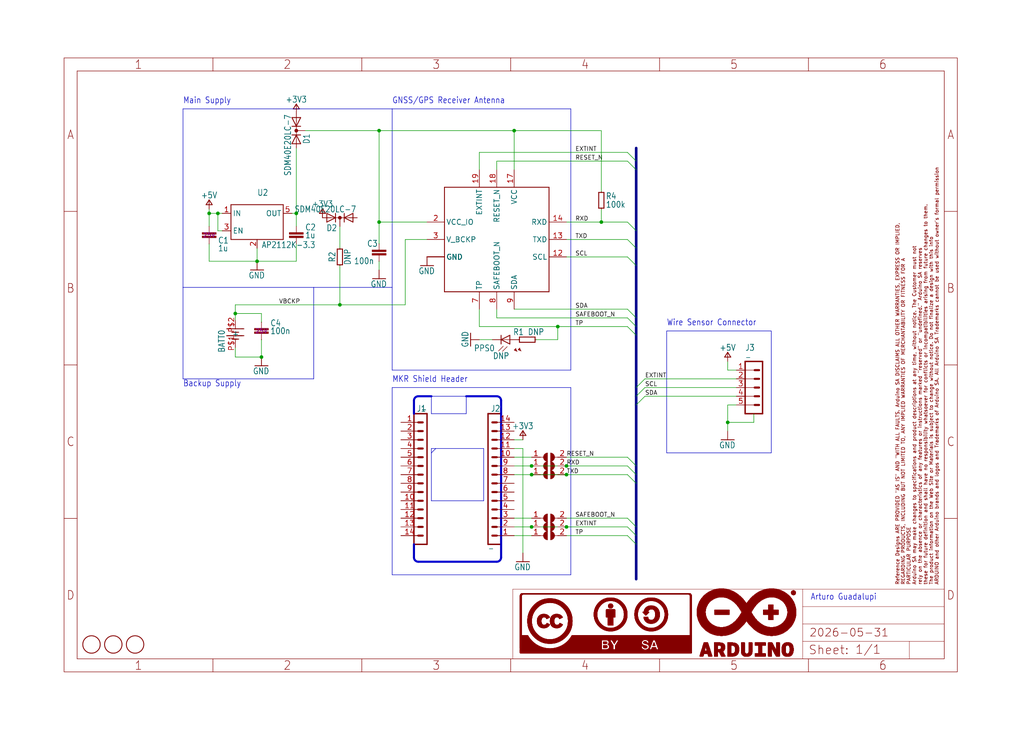
<source format=kicad_sch>
(kicad_sch (version 20250114) (generator "eeschema") (generator_version "9.0")
  (paper "User" 298.45 217.322)
  (lib_symbols
    (symbol "MKRGPSShield_V4.0-eagle-import:Arduino-ICs_AP2112K-3.3"
      (property "Reference" "U" (at 0 7.62 0))
      (symbol "Arduino-ICs_AP2112K-3.3_1_0"
        (pin power_in line (at -10.16 2.54 0) (length 2.54) (name "IN") (number "1"))
        (pin input line (at -10.16 -2.54 0) (length 2.54) (name "EN") (number "3"))
        (pin power_in line (at 0 -7.62 90) (length 2.54) (name "GND/ADJ") (number "2"))
        (pin power_in line (at 10.16 2.54 180) (length 2.54) (name "OUT") (number "5"))
      )
    )
    (symbol "MKRGPSShield_V4.0-eagle-import:Arduino-connectors_BATT-HOLDER_12MM"
      (symbol "Arduino-connectors_BATT-HOLDER_12MM_1_0"
        (pin bidirectional line (at 0 3.46 270) (length 2.54) (name "+") (number "P$2"))
        (pin bidirectional line (at 0 -4.46 90) (length 2.54) (name "-") (number "P$1"))
      )
    )
    (symbol "MKRGPSShield_V4.0-eagle-import:Arduino-connectors_PINHD-1X14-SMTH-SMD"
      (property "Reference" "J" (at 0 18.288 0))
      (symbol "Arduino-connectors_PINHD-1X14-SMTH-SMD_1_0"
        (pin passive line (at 7.62 15.24 180) (length 5.08) (name "14") (number "14"))
        (pin passive line (at 7.62 12.7 180) (length 5.08) (name "13") (number "13"))
        (pin passive line (at 7.62 10.16 180) (length 5.08) (name "12") (number "12"))
        (pin passive line (at 7.62 7.62 180) (length 5.08) (name "11") (number "11"))
        (pin passive line (at 7.62 5.08 180) (length 5.08) (name "10") (number "10"))
        (pin passive line (at 7.62 2.54 180) (length 5.08) (name "9") (number "9"))
        (pin passive line (at 7.62 0 180) (length 5.08) (name "8") (number "8"))
        (pin passive line (at 7.62 -2.54 180) (length 5.08) (name "7") (number "7"))
        (pin passive line (at 7.62 -5.08 180) (length 5.08) (name "6") (number "6"))
        (pin passive line (at 7.62 -7.62 180) (length 5.08) (name "5") (number "5"))
        (pin passive line (at 7.62 -10.16 180) (length 5.08) (name "4") (number "4"))
        (pin passive line (at 7.62 -12.7 180) (length 5.08) (name "3") (number "3"))
        (pin passive line (at 7.62 -15.24 180) (length 5.08) (name "2") (number "2"))
        (pin passive line (at 7.62 -17.78 180) (length 5.08) (name "1") (number "1"))
      )
    )
    (symbol "MKRGPSShield_V4.0-eagle-import:Arduino-connectors_SM05B-SRSS-TB"
      (property "Reference" "J" (at -2.54 8.128 0))
      (symbol "Arduino-connectors_SM05B-SRSS-TB_1_0"
        (pin passive line (at -5.08 5.08 0) (length 2.54) (name "1") (number "1"))
        (pin passive line (at -5.08 2.54 0) (length 2.54) (name "2") (number "2"))
        (pin passive line (at -5.08 0 0) (length 2.54) (name "3") (number "3"))
        (pin passive line (at -5.08 -2.54 0) (length 2.54) (name "4") (number "4"))
        (pin passive line (at -5.08 -5.08 0) (length 2.54) (name "5") (number "5"))
        (pin passive line (at 0 -7.62 0) (length 0) (name "SH") (number "SH1"))
        (pin passive line (at 0 -7.62 0) (length 0) (name "SH") (number "SH2"))
      )
    )
    (symbol "MKRGPSShield_V4.0-eagle-import:Arduino-diodes_A2K_SOT-323"
      (property "Reference" "D" (at 0.762 2.0066 0))
      (symbol "Arduino-diodes_A2K_SOT-323_1_0"
        (pin passive line (at -5.08 0 0) (length 2.54) (name "A1") (number "1"))
        (pin passive line (at 0 2.54 270) (length 2.54) (name "K") (number "3"))
        (pin passive line (at 5.08 0 180) (length 2.54) (name "A2") (number "2"))
      )
    )
    (symbol "MKRGPSShield_V4.0-eagle-import:Arduino-diodes_LED-0603"
      (property "Reference" "DL" (at 3.556 -4.572 90))
      (symbol "Arduino-diodes_LED-0603_1_0"
        (pin passive line (at 0 2.54 270) (length 2.54) (name "A") (number "A"))
        (pin passive line (at 0 -5.08 90) (length 2.54) (name "C") (number "C"))
      )
    )
    (symbol "MKRGPSShield_V4.0-eagle-import:Arduino-rcl_3633153_R-0402"
      (property "Reference" "R" (at 0 1.27 0))
      (symbol "Arduino-rcl_3633153_R-0402_1_0"
        (pin passive line (at -2.54 0 0) (length 0) (name "1") (number "1"))
        (pin passive line (at 2.54 0 180) (length 0) (name "2") (number "2"))
      )
    )
    (symbol "MKRGPSShield_V4.0-eagle-import:Arduino-rcl_C-0402"
      (property "Reference" "C" (at 1.524 1.651 0))
      (symbol "Arduino-rcl_C-0402_1_0"
        (pin passive line (at 0 2.54 270) (length 0) (name "1") (number "1"))
        (pin passive line (at 0 -2.54 90) (length 0) (name "2") (number "2"))
      )
    )
    (symbol "MKRGPSShield_V4.0-eagle-import:Arduino-rcl_R-0402"
      (property "Reference" "R" (at 0 1.27 0))
      (symbol "Arduino-rcl_R-0402_1_0"
        (pin passive line (at -2.54 0 0) (length 0) (name "1") (number "1"))
        (pin passive line (at 2.54 0 180) (length 0) (name "2") (number "2"))
      )
    )
    (symbol "MKRGPSShield_V4.0-eagle-import:Arduino-supply_+3V3" (power)
      (symbol "Arduino-supply_+3V3_1_0"
        (pin power_in line (at 0 -2.54 90) (length 2.54) (name "+3V3") (number "1"))
      )
    )
    (symbol "MKRGPSShield_V4.0-eagle-import:Arduino-supply_+5V" (power)
      (symbol "Arduino-supply_+5V_1_0"
        (pin power_in line (at 0 -2.54 90) (length 2.54) (name "+5V") (number "1"))
      )
    )
    (symbol "MKRGPSShield_V4.0-eagle-import:Arduino-supply_GND" (power)
      (symbol "Arduino-supply_GND_1_0"
        (pin power_in line (at 0 2.54 270) (length 2.54) (name "GND") (number "1"))
      )
    )
    (symbol "MKRGPSShield_V4.0-eagle-import:Arduino-ucs&SoCs_SAM-M8Q"
      (symbol "Arduino-ucs&SoCs_SAM-M8Q_1_0"
        (pin bidirectional line (at -5.08 20.32 0) (length 5.08) (name "VCC_IO") (number "2"))
        (pin bidirectional line (at -5.08 15.24 0) (length 5.08) (name "V_BCKP") (number "3"))
        (pin bidirectional line (at -5.08 10.16 0) (length 5.08) (name "GND") (number "1"))
        (pin bidirectional line (at -5.08 10.16 0) (length 5.08) (name "GND") (number "10"))
        (pin bidirectional line (at -5.08 10.16 0) (length 5.08) (name "GND") (number "11"))
        (pin bidirectional line (at -5.08 10.16 0) (length 5.08) (name "GND") (number "15"))
        (pin bidirectional line (at -5.08 10.16 0) (length 5.08) (name "GND") (number "16"))
        (pin bidirectional line (at -5.08 10.16 0) (length 5.08) (name "GND") (number "20"))
        (pin bidirectional line (at -5.08 10.16 0) (length 5.08) (name "GND") (number "4"))
        (pin bidirectional line (at -5.08 10.16 0) (length 5.08) (name "GND") (number "5"))
        (pin bidirectional line (at -5.08 10.16 0) (length 5.08) (name "GND") (number "6"))
        (pin bidirectional line (at 10.16 35.56 270) (length 5.08) (name "EXTINT") (number "19"))
        (pin bidirectional line (at 10.16 -5.08 90) (length 5.08) (name "TP") (number "7"))
        (pin bidirectional line (at 15.24 35.56 270) (length 5.08) (name "RESET_N") (number "18"))
        (pin bidirectional line (at 15.24 -5.08 90) (length 5.08) (name "SAFEBOOT_N") (number "8"))
        (pin bidirectional line (at 20.32 35.56 270) (length 5.08) (name "VCC") (number "17"))
        (pin bidirectional line (at 20.32 -5.08 90) (length 5.08) (name "SDA") (number "9"))
        (pin bidirectional line (at 35.56 20.32 180) (length 5.08) (name "RXD") (number "14"))
        (pin bidirectional line (at 35.56 15.24 180) (length 5.08) (name "TXD") (number "13"))
        (pin bidirectional line (at 35.56 10.16 180) (length 5.08) (name "SCL") (number "12"))
      )
    )
    (symbol "MKRGPSShield_V4.0-eagle-import:Arduino-utility_A4L-LOC"
      (symbol "Arduino-utility_A4L-LOC_1_0"
        (text "A" (at 1.905 156.6863 0) (effects (font (size 2.54 2.286))))
        (text "B" (at 1.905 111.9188 0) (effects (font (size 2.54 2.286))))
        (text "C" (at 1.905 67.1513 0) (effects (font (size 2.54 2.286))))
        (text "D" (at 1.905 22.3838 0) (effects (font (size 2.54 2.286))))
        (text "1" (at 21.6958 177.165 0) (effects (font (size 2.54 2.286))))
        (text "1" (at 21.6958 1.905 0) (effects (font (size 2.54 2.286))))
        (text "2" (at 65.0875 177.165 0) (effects (font (size 2.54 2.286))))
        (text "2" (at 65.0875 1.905 0) (effects (font (size 2.54 2.286))))
        (text "3" (at 108.4792 177.165 0) (effects (font (size 2.54 2.286))))
        (text "3" (at 108.4792 1.905 0) (effects (font (size 2.54 2.286))))
        (text "4" (at 151.8708 177.165 0) (effects (font (size 2.54 2.286))))
        (text "4" (at 151.8708 1.905 0) (effects (font (size 2.54 2.286))))
        (text "5" (at 195.2625 177.165 0) (effects (font (size 2.54 2.286))))
        (text "5" (at 195.2625 1.905 0) (effects (font (size 2.54 2.286))))
        (text "Sheet:" (at 216.916 4.953 0) (effects (font (size 2.54 2.54)) (justify left bottom)))
        (text "${PROJECTNAME}" (at 217.17 15.24 0) (effects (font (size 2.54 2.54)) (justify left bottom)))
        (text "${CURRENT_DATE}" (at 217.17 10.16 0) (effects (font (size 2.286 2.286)) (justify left bottom)))
        (text "${#}/${##}" (at 230.505 5.08 0) (effects (font (size 2.54 2.54)) (justify left bottom)))
        (text "6" (at 238.6542 177.165 0) (effects (font (size 2.54 2.286))))
        (text "6" (at 238.6542 1.905 0) (effects (font (size 2.54 2.286))))
        (text "Reference Designs ARE PROVIDED \"AS IS\" AND \"WITH ALL FAULTS. Arduino SA DISCLAIMS ALL OTHER WARRANTIES, EXPRESS OR IMPLIED,\nREGARDING PRODUCTS, INCLUDING BUT NOT LIMITED TO, ANY IMPLIED WARRANTIES OF MERCHANTABILITY OR FITNESS FOR A\nPARTICULAR PURPOSE\nArduino SA may make changes to specifications and product descriptions at any time, without notice. The Customer must not\nrely on the absence or characteristics of any features or instructions marked \"reserved\" or \"undefined.\" Arduino SA reserves\nthese for future definition and shall have no responsibility whatsoever for conflicts or incompatibilities arising from future changes to them.\nThe product information on the Web Site or Materials is subject to change without notice. Do not finalize a design with this info\nARDUINO and other Arduino brands and logos and Trademarks of Arduino SA. All Arduino SA Trademarks cannot be used without owner's formal permission" (at 254.96 25.415 900) (effects (font (size 1.016 1.016)) (justify left bottom)))
        (text "A" (at 258.445 156.6863 0) (effects (font (size 2.54 2.286))))
        (text "B" (at 258.445 111.9188 0) (effects (font (size 2.54 2.286))))
        (text "C" (at 258.445 67.1513 0) (effects (font (size 2.54 2.286))))
        (text "D" (at 258.445 22.3838 0) (effects (font (size 2.54 2.286))))
      )
    )
    (symbol "MKRGPSShield_V4.0-eagle-import:Arduino-utility_FIDUCIAL-1.5MM")
    (symbol "MKRGPSShield_V4.0-eagle-import:Arduino-utility_SJ"
      (property "Reference" "SJ" (at -2.54 2.54 0))
      (symbol "Arduino-utility_SJ_1_0"
        (pin passive line (at -5.08 0 0) (length 2.54) (name "1") (number "1"))
        (pin passive line (at 5.08 0 180) (length 2.54) (name "2") (number "2"))
      )
    )
    (symbol "MKRGPSShield_V4.0-eagle-import:MK1_Zero_+5V" (power)
      (symbol "MK1_Zero_+5V_1_0"
        (pin power_in line (at 0 -2.54 90) (length 2.54) (name "+5V") (number "1"))
      )
    )
  )
  (arc (start 121.92 163.83) (mid 121.022 163.458) (end 120.65 162.56) (stroke (width 0.6096)))
  (arc (start 120.65 116.84) (mid 121.022 115.942) (end 121.92 115.57) (stroke (width 0.6096)))
  (arc (start 144.78 115.57) (mid 145.678 115.942) (end 146.05 116.84) (stroke (width 0.6096)))
  (arc (start 146.05 162.56) (mid 145.678 163.458) (end 144.78 163.83) (stroke (width 0.6096)))
  (text "Main Supply" (at 53.34 30.48 0) (effects (font (size 1.778 1.5113)) (justify left bottom)))
  (text "Arturo Guadalupi" (at 236.22 175.26 0) (effects (font (size 1.778 1.5113)) (justify left bottom)))
  (text "MKR Shield Header" (at 114.3 111.76 0) (effects (font (size 1.778 1.5113)) (justify left bottom)))
  (text "Backup Supply" (at 53.34 113.03 0) (effects (font (size 1.778 1.5113)) (justify left bottom)))
  (text "Wire Sensor Connector" (at 194.31 95.25 0) (effects (font (size 1.778 1.5113)) (justify left bottom)))
  (text "GNSS/GPS Receiver Antenna" (at 114.3 30.48 0) (effects (font (size 1.778 1.5113)) (justify left bottom)))
  (junction (at 60.96 62.23))
  (junction (at 86.36 62.23))
  (junction (at 165.1 135.89))
  (junction (at 154.94 153.67))
  (junction (at 175.26 64.77))
  (junction (at 99.06 88.9))
  (junction (at 149.86 38.1))
  (junction (at 165.1 138.43))
  (junction (at 154.94 138.43))
  (junction (at 165.1 153.67))
  (junction (at 162.56 95.25))
  (junction (at 68.58 91.44))
  (junction (at 110.49 38.1))
  (junction (at 110.49 64.77))
  (junction (at 63.5 62.23))
  (junction (at 74.93 76.2))
  (junction (at 154.94 135.89))
  (junction (at 212.09 123.19))
  (junction (at 76.2 104.14))
  (bus_entry (at 182.88 133.35) (size 2.54 2.54))
  (bus_entry (at 182.88 151.13) (size 2.54 2.54))
  (bus_entry (at 182.88 46.99) (size 2.54 2.54))
  (bus_entry (at 182.88 138.43) (size 2.54 2.54))
  (bus_entry (at 182.88 69.85) (size 2.54 2.54))
  (bus_entry (at 182.88 153.67) (size 2.54 2.54))
  (bus_entry (at 187.96 115.57) (size -2.54 2.54))
  (bus_entry (at 182.88 74.93) (size 2.54 2.54))
  (bus_entry (at 182.88 90.17) (size 2.54 2.54))
  (bus_entry (at 182.88 44.45) (size 2.54 2.54))
  (bus_entry (at 182.88 156.21) (size 2.54 2.54))
  (bus_entry (at 187.96 113.03) (size -2.54 2.54))
  (bus_entry (at 187.96 110.49) (size -2.54 2.54))
  (bus_entry (at 182.88 64.77) (size 2.54 2.54))
  (bus_entry (at 182.88 92.71) (size 2.54 2.54))
  (bus_entry (at 182.88 135.89) (size 2.54 2.54))
  (bus_entry (at 182.88 95.25) (size 2.54 2.54))
  (wire (pts (xy 139.7 44.45) (xy 139.7 49.53)) (stroke (width 0.1524)))
  (wire (pts (xy 118.11 88.9) (xy 118.11 69.85)) (stroke (width 0.1524)))
  (wire (pts (xy 64.77 67.31) (xy 63.5 67.31)) (stroke (width 0.1524)))
  (wire (pts (xy 144.78 92.71) (xy 144.78 90.17)) (stroke (width 0.1524)))
  (wire (pts (xy 182.88 44.45) (xy 139.7 44.45)) (stroke (width 0.1524)))
  (wire (pts (xy 86.36 71.12) (xy 86.36 76.2)) (stroke (width 0.1524)))
  (wire (pts (xy 175.26 64.77) (xy 165.1 64.77)) (stroke (width 0.1524)))
  (bus (pts (xy 185.42 95.25) (xy 185.42 97.79)) (stroke (width 0.762)))
  (bus (pts (xy 185.42 118.11) (xy 185.42 135.89)) (stroke (width 0.762)))
  (wire (pts (xy 149.86 130.81) (xy 152.4 130.81)) (stroke (width 0.1524)))
  (bus (pts (xy 185.42 92.71) (xy 185.42 95.25)) (stroke (width 0.762)))
  (wire (pts (xy 175.26 60.96) (xy 175.26 64.77)) (stroke (width 0.1524)))
  (polyline (pts (xy 91.44 83.82) (xy 114.3 83.82)) (stroke (width 0.1524) (type solid)))
  (wire (pts (xy 149.86 38.1) (xy 110.49 38.1)) (stroke (width 0.1524)))
  (wire (pts (xy 110.49 38.1) (xy 110.49 64.77)) (stroke (width 0.1524)))
  (bus (pts (xy 185.42 113.03) (xy 185.42 115.57)) (stroke (width 0.762)))
  (wire (pts (xy 76.2 93.98) (xy 76.2 91.44)) (stroke (width 0.1524)))
  (polyline (pts (xy 125.73 120.65) (xy 125.73 115.57)) (stroke (width 0.1524) (type solid)))
  (wire (pts (xy 162.56 95.25) (xy 139.7 95.25)) (stroke (width 0.1524)))
  (wire (pts (xy 162.56 99.06) (xy 156.21 99.06)) (stroke (width 0.1524)))
  (polyline (pts (xy 224.79 132.08) (xy 224.79 96.52)) (stroke (width 0.1524) (type solid)))
  (polyline (pts (xy 166.37 167.64) (xy 166.37 113.03)) (stroke (width 0.1524) (type solid)))
  (wire (pts (xy 214.63 110.49) (xy 187.96 110.49)) (stroke (width 0.1524)))
  (polyline (pts (xy 114.3 83.82) (xy 114.3 31.75)) (stroke (width 0.1524) (type solid)))
  (polyline (pts (xy 127 130.81) (xy 140.97 130.81)) (stroke (width 0.1524) (type solid)))
  (polyline (pts (xy 140.97 146.05) (xy 125.73 146.05)) (stroke (width 0.1524) (type solid)))
  (wire (pts (xy 162.56 95.25) (xy 162.56 99.06)) (stroke (width 0.1524)))
  (polyline (pts (xy 114.3 31.75) (xy 166.37 31.75)) (stroke (width 0.1524) (type solid)))
  (polyline (pts (xy 166.37 107.95) (xy 114.3 107.95)) (stroke (width 0.1524) (type solid)))
  (wire (pts (xy 86.36 43.18) (xy 86.36 62.23)) (stroke (width 0.1524)))
  (polyline (pts (xy 135.89 120.65) (xy 125.73 120.65)) (stroke (width 0.1524) (type solid)))
  (polyline (pts (xy 125.73 132.08) (xy 125.73 130.81)) (stroke (width 0.1524) (type solid)))
  (wire (pts (xy 154.94 151.13) (xy 149.86 151.13)) (stroke (width 0.1524)))
  (wire (pts (xy 182.88 69.85) (xy 165.1 69.85)) (stroke (width 0.1524)))
  (wire (pts (xy 139.7 95.25) (xy 139.7 90.17)) (stroke (width 0.1524)))
  (polyline (pts (xy 114.3 113.03) (xy 114.3 167.64)) (stroke (width 0.1524) (type solid)))
  (wire (pts (xy 76.2 91.44) (xy 68.58 91.44)) (stroke (width 0.1524)))
  (polyline (pts (xy 53.34 83.82) (xy 53.34 110.49)) (stroke (width 0.1524) (type solid)))
  (polyline (pts (xy 194.31 132.08) (xy 224.79 132.08)) (stroke (width 0.1524) (type solid)))
  (wire (pts (xy 149.86 38.1) (xy 175.26 38.1)) (stroke (width 0.1524)))
  (polyline (pts (xy 120.65 162.56) (xy 120.65 158.75)) (stroke (width 0.6096) (type solid)))
  (bus (pts (xy 185.42 77.47) (xy 185.42 92.71)) (stroke (width 0.762)))
  (wire (pts (xy 74.93 72.39) (xy 74.93 76.2)) (stroke (width 0.1524)))
  (wire (pts (xy 182.88 156.21) (xy 165.1 156.21)) (stroke (width 0.1524)))
  (bus (pts (xy 185.42 72.39) (xy 185.42 77.47)) (stroke (width 0.762)))
  (wire (pts (xy 99.06 72.39) (xy 99.06 66.04)) (stroke (width 0.1524)))
  (wire (pts (xy 143.51 99.06) (xy 139.7 99.06)) (stroke (width 0.1524)))
  (wire (pts (xy 165.1 133.35) (xy 182.88 133.35)) (stroke (width 0.1524)))
  (bus (pts (xy 185.42 153.67) (xy 185.42 156.21)) (stroke (width 0.762)))
  (wire (pts (xy 154.94 135.89) (xy 165.1 135.89)) (stroke (width 0.1524)))
  (wire (pts (xy 154.94 153.67) (xy 149.86 153.67)) (stroke (width 0.1524)))
  (wire (pts (xy 110.49 38.1) (xy 88.9 38.1)) (stroke (width 0.1524)))
  (wire (pts (xy 175.26 38.1) (xy 175.26 55.88)) (stroke (width 0.1524)))
  (polyline (pts (xy 114.3 107.95) (xy 114.3 83.82)) (stroke (width 0.1524) (type solid)))
  (wire (pts (xy 64.77 62.23) (xy 63.5 62.23)) (stroke (width 0.1524)))
  (wire (pts (xy 149.86 135.89) (xy 154.94 135.89)) (stroke (width 0.1524)))
  (wire (pts (xy 212.09 125.73) (xy 212.09 123.19)) (stroke (width 0.1524)))
  (wire (pts (xy 152.4 161.29) (xy 152.4 130.81)) (stroke (width 0.1524)))
  (wire (pts (xy 149.86 133.35) (xy 154.94 133.35)) (stroke (width 0.1524)))
  (polyline (pts (xy 194.31 96.52) (xy 194.31 132.08)) (stroke (width 0.1524) (type solid)))
  (wire (pts (xy 60.96 62.23) (xy 60.96 66.04)) (stroke (width 0.1524)))
  (wire (pts (xy 165.1 138.43) (xy 182.88 138.43)) (stroke (width 0.1524)))
  (wire (pts (xy 144.78 46.99) (xy 182.88 46.99)) (stroke (width 0.1524)))
  (bus (pts (xy 185.42 46.99) (xy 185.42 49.53)) (stroke (width 0.762)))
  (wire (pts (xy 110.49 76.2) (xy 110.49 78.74)) (stroke (width 0.1524)))
  (wire (pts (xy 219.71 120.65) (xy 219.71 123.19)) (stroke (width 0.1524)))
  (wire (pts (xy 182.88 92.71) (xy 144.78 92.71)) (stroke (width 0.1524)))
  (wire (pts (xy 212.09 118.11) (xy 214.63 118.11)) (stroke (width 0.1524)))
  (wire (pts (xy 124.46 64.77) (xy 110.49 64.77)) (stroke (width 0.1524)))
  (bus (pts (xy 185.42 140.97) (xy 185.42 153.67)) (stroke (width 0.762)))
  (wire (pts (xy 187.96 113.03) (xy 214.63 113.03)) (stroke (width 0.1524)))
  (wire (pts (xy 60.96 76.2) (xy 60.96 71.12)) (stroke (width 0.1524)))
  (wire (pts (xy 212.09 107.95) (xy 214.63 107.95)) (stroke (width 0.1524)))
  (polyline (pts (xy 91.44 110.49) (xy 53.34 110.49)) (stroke (width 0.1524) (type solid)))
  (polyline (pts (xy 53.34 83.82) (xy 91.44 83.82)) (stroke (width 0.1524) (type solid)))
  (wire (pts (xy 63.5 62.23) (xy 60.96 62.23)) (stroke (width 0.1524)))
  (wire (pts (xy 212.09 123.19) (xy 212.09 118.11)) (stroke (width 0.1524)))
  (polyline (pts (xy 121.92 115.57) (xy 125.73 115.57)) (stroke (width 0.6096) (type solid)))
  (bus (pts (xy 185.42 115.57) (xy 185.42 118.11)) (stroke (width 0.762)))
  (wire (pts (xy 99.06 88.9) (xy 118.11 88.9)) (stroke (width 0.1524)))
  (wire (pts (xy 182.88 64.77) (xy 175.26 64.77)) (stroke (width 0.1524)))
  (wire (pts (xy 68.58 88.9) (xy 68.58 91.44)) (stroke (width 0.1524)))
  (wire (pts (xy 110.49 71.12) (xy 110.49 64.77)) (stroke (width 0.1524)))
  (polyline (pts (xy 140.97 130.81) (xy 140.97 146.05)) (stroke (width 0.1524) (type solid)))
  (wire (pts (xy 144.78 49.53) (xy 144.78 46.99)) (stroke (width 0.1524)))
  (wire (pts (xy 182.88 95.25) (xy 162.56 95.25)) (stroke (width 0.1524)))
  (polyline (pts (xy 121.92 163.83) (xy 144.78 163.83)) (stroke (width 0.6096) (type solid)))
  (polyline (pts (xy 114.3 31.75) (xy 53.34 31.75)) (stroke (width 0.1524) (type solid)))
  (bus (pts (xy 185.42 49.53) (xy 185.42 67.31)) (stroke (width 0.762)))
  (polyline (pts (xy 91.44 83.82) (xy 91.44 110.49)) (stroke (width 0.1524) (type solid)))
  (bus (pts (xy 185.42 43.18) (xy 185.42 46.99)) (stroke (width 0.762)))
  (wire (pts (xy 124.46 69.85) (xy 118.11 69.85)) (stroke (width 0.1524)))
  (wire (pts (xy 74.93 76.2) (xy 86.36 76.2)) (stroke (width 0.1524)))
  (polyline (pts (xy 125.73 146.05) (xy 125.73 132.08)) (stroke (width 0.1524) (type solid)))
  (wire (pts (xy 165.1 135.89) (xy 182.88 135.89)) (stroke (width 0.1524)))
  (bus (pts (xy 185.42 97.79) (xy 185.42 113.03)) (stroke (width 0.762)))
  (bus (pts (xy 185.42 135.89) (xy 185.42 138.43)) (stroke (width 0.762)))
  (bus (pts (xy 185.42 156.21) (xy 185.42 158.75)) (stroke (width 0.762)))
  (wire (pts (xy 219.71 123.19) (xy 212.09 123.19)) (stroke (width 0.1524)))
  (wire (pts (xy 63.5 67.31) (xy 63.5 62.23)) (stroke (width 0.1524)))
  (wire (pts (xy 60.96 62.23) (xy 60.96 60.96)) (stroke (width 0.1524)))
  (wire (pts (xy 68.58 101.361) (xy 68.58 104.14)) (stroke (width 0.1524)))
  (wire (pts (xy 76.2 104.14) (xy 68.58 104.14)) (stroke (width 0.1524)))
  (wire (pts (xy 152.4 128.27) (xy 149.86 128.27)) (stroke (width 0.1524)))
  (polyline (pts (xy 120.65 120.65) (xy 120.65 116.84)) (stroke (width 0.6096) (type solid)))
  (polyline (pts (xy 146.05 162.56) (xy 146.05 116.84)) (stroke (width 0.6096) (type solid)))
  (bus (pts (xy 185.42 158.75) (xy 185.42 168.91)) (stroke (width 0.762)))
  (polyline (pts (xy 125.73 115.57) (xy 135.89 115.57)) (stroke (width 0.1524) (type solid)))
  (wire (pts (xy 99.06 77.47) (xy 99.06 88.9)) (stroke (width 0.1524)))
  (polyline (pts (xy 224.79 96.52) (xy 194.31 96.52)) (stroke (width 0.1524) (type solid)))
  (bus (pts (xy 185.42 138.43) (xy 185.42 140.97)) (stroke (width 0.762)))
  (wire (pts (xy 165.1 138.43) (xy 154.94 138.43)) (stroke (width 0.1524)))
  (polyline (pts (xy 53.34 83.82) (xy 53.34 31.75)) (stroke (width 0.1524) (type solid)))
  (polyline (pts (xy 114.3 167.64) (xy 166.37 167.64)) (stroke (width 0.1524) (type solid)))
  (wire (pts (xy 165.1 151.13) (xy 182.88 151.13)) (stroke (width 0.1524)))
  (polyline (pts (xy 127 130.81) (xy 125.73 132.08)) (stroke (width 0.1524) (type solid)))
  (wire (pts (xy 182.88 153.67) (xy 165.1 153.67)) (stroke (width 0.1524)))
  (wire (pts (xy 68.58 88.9) (xy 99.06 88.9)) (stroke (width 0.1524)))
  (wire (pts (xy 85.09 62.23) (xy 86.36 62.23)) (stroke (width 0.1524)))
  (wire (pts (xy 149.86 49.53) (xy 149.86 38.1)) (stroke (width 0.1524)))
  (wire (pts (xy 149.86 138.43) (xy 154.94 138.43)) (stroke (width 0.1524)))
  (wire (pts (xy 60.96 76.2) (xy 74.93 76.2)) (stroke (width 0.1524)))
  (polyline (pts (xy 166.37 31.75) (xy 166.37 107.95)) (stroke (width 0.1524) (type solid)))
  (wire (pts (xy 212.09 105.41) (xy 212.09 107.95)) (stroke (width 0.1524)))
  (wire (pts (xy 165.1 153.67) (xy 154.94 153.67)) (stroke (width 0.1524)))
  (wire (pts (xy 182.88 74.93) (xy 165.1 74.93)) (stroke (width 0.1524)))
  (wire (pts (xy 68.58 91.44) (xy 68.58 93.441)) (stroke (width 0.1524)))
  (polyline (pts (xy 135.89 115.57) (xy 135.89 120.65)) (stroke (width 0.1524) (type solid)))
  (polyline (pts (xy 125.73 130.81) (xy 127 130.81)) (stroke (width 0.1524) (type solid)))
  (wire (pts (xy 214.63 115.57) (xy 187.96 115.57)) (stroke (width 0.1524)))
  (polyline (pts (xy 135.89 115.57) (xy 144.78 115.57)) (stroke (width 0.6096) (type solid)))
  (wire (pts (xy 182.88 90.17) (xy 149.86 90.17)) (stroke (width 0.1524)))
  (wire (pts (xy 76.2 104.14) (xy 76.2 99.06)) (stroke (width 0.1524)))
  (bus (pts (xy 185.42 67.31) (xy 185.42 72.39)) (stroke (width 0.762)))
  (wire (pts (xy 154.94 156.21) (xy 149.86 156.21)) (stroke (width 0.1524)))
  (polyline (pts (xy 166.37 113.03) (xy 114.3 113.03)) (stroke (width 0.1524) (type solid)))
  (wire (pts (xy 86.36 62.23) (xy 86.36 66.04)) (stroke (width 0.1524)))
  (label "RXD" (at 165.1 135.89 0) (effects (font (size 1.2446 1.2446))))
  (label "RESET_N" (at 167.64 46.99 0) (effects (font (size 1.2446 1.2446))))
  (label "TXD" (at 165.1 138.43 0) (effects (font (size 1.2446 1.2446))))
  (label "EXTINT" (at 167.64 44.45 0) (effects (font (size 1.2446 1.2446))))
  (label "RESET_N" (at 165.1 133.35 0) (effects (font (size 1.2446 1.2446))))
  (label "SAFEBOOT_N" (at 167.64 151.13 0) (effects (font (size 1.2446 1.2446))))
  (label "SDA" (at 187.96 115.57 0) (effects (font (size 1.2446 1.2446))))
  (label "TXD" (at 167.64 69.85 0) (effects (font (size 1.2446 1.2446))))
  (label "RXD" (at 167.64 64.77 0) (effects (font (size 1.2446 1.2446))))
  (label "SCL" (at 187.96 113.03 0) (effects (font (size 1.2446 1.2446))))
  (label "SDA" (at 167.64 90.17 0) (effects (font (size 1.2446 1.2446))))
  (label "EXTINT" (at 187.96 110.49 0) (effects (font (size 1.2446 1.2446))))
  (label "TP" (at 167.64 95.25 0) (effects (font (size 1.2446 1.2446))))
  (label "SAFEBOOT_N" (at 167.64 92.71 0) (effects (font (size 1.2446 1.2446))))
  (label "VBCKP" (at 81.28 88.9 0) (effects (font (size 1.2446 1.2446))))
  (label "EXTINT" (at 167.64 153.67 0) (effects (font (size 1.2446 1.2446))))
  (label "TP" (at 167.64 156.21 0) (effects (font (size 1.2446 1.2446))))
  (label "SCL" (at 167.64 74.93 0) (effects (font (size 1.2446 1.2446))))
  (symbol (lib_id "MKRGPSShield_V4.0-eagle-import:Arduino-utility_SJ") (at 160.02 151.13 0) (unit 1)
    (property "Reference" "SJ8" (effects (hide yes)))
    (property "Value" "DNP" (effects (hide yes)))
    (property "Footprint" "MKRGPSShield_V4.0:SJ" (effects (hide yes)))
  )
  (symbol (lib_id "MKRGPSShield_V4.0-eagle-import:Arduino-supply_GND") (at 137.16 99.06 270) (unit 1)
    (property "Reference" "#GND28" (effects (hide yes)))
    (property "Value" "GND" (at 134.62 96.52 0) (effects (font (size 1.778 1.5113)) (justify left bottom)))
  )
  (symbol (lib_id "MKRGPSShield_V4.0-eagle-import:Arduino-supply_GND") (at 212.09 128.27 0) (unit 1)
    (property "Reference" "#GND18" (effects (hide yes)))
    (property "Value" "GND" (at 209.55 130.81 0) (effects (font (size 1.778 1.5113)) (justify left bottom)))
  )
  (symbol (lib_id "MKRGPSShield_V4.0-eagle-import:Arduino-supply_+3V3") (at 86.36 30.48 0) (unit 1)
    (property "Reference" "#+3V12" (effects (hide yes)))
    (property "Value" "+3V3" (at 86.36 29.972 0) (effects (font (size 1.778 1.5113)) (justify bottom)))
  )
  (symbol (lib_id "MKRGPSShield_V4.0-eagle-import:Arduino-utility_A4L-LOC") (at 18.669 195.961 0) (unit 1)
    (property "Reference" "FRAME1" (effects (hide yes)))
    (property "Value" "DNP" (effects (hide yes)))
    (property "Footprint" "MKRGPSShield_V4.0:FRAME" (effects (hide yes)))
  )
  (symbol (lib_id "MKRGPSShield_V4.0-eagle-import:Arduino-utility_SJ") (at 160.02 156.21 0) (unit 1)
    (property "Reference" "SJ2" (effects (hide yes)))
    (property "Value" "DNP" (effects (hide yes)))
    (property "Footprint" "MKRGPSShield_V4.0:SJ" (effects (hide yes)))
  )
  (symbol (lib_id "MKRGPSShield_V4.0-eagle-import:Arduino-rcl_R-0402") (at 175.26 58.42 90) (unit 1)
    (property "Reference" "R4" (at 176.53 58.166 90) (effects (font (size 1.778 1.5113)) (justify right top)))
    (property "Value" "100k" (at 176.53 58.674 90) (effects (font (size 1.778 1.5113)) (justify right bottom)))
    (property "Footprint" "MKRGPSShield_V4.0:0402-1005X55N" (effects (hide yes)))
    (property "MPN" "RC0402FR-07100KL" (effects (hide yes)))
  )
  (symbol (lib_id "MKRGPSShield_V4.0-eagle-import:Arduino-supply_GND") (at 76.2 106.68 0) (unit 1)
    (property "Reference" "#GND2" (effects (hide yes)))
    (property "Value" "GND" (at 73.66 109.22 0) (effects (font (size 1.778 1.5113)) (justify left bottom)))
  )
  (symbol (lib_id "MKRGPSShield_V4.0-eagle-import:Arduino-rcl_C-0402") (at 86.36 68.58 0) (unit 1)
    (property "Reference" "C2" (at 88.9 66.294 0) (effects (font (size 1.778 1.5113)) (justify left)))
    (property "Value" "1u" (at 88.9 68.58 0) (effects (font (size 1.778 1.5113)) (justify left)))
    (property "Footprint" "MKRGPSShield_V4.0:0402-1005X55N" (effects (hide yes)))
    (property "VOLTAGE" "25V" (effects (hide yes)))
  )
  (symbol (lib_id "MKRGPSShield_V4.0-eagle-import:Arduino-ucs&SoCs_SAM-M8Q") (at 129.54 85.09 0) (unit 1)
    (property "Reference" "IC1" (effects (hide yes)))
    (property "Value" "SAM-M8Q" (effects (hide yes)))
    (property "Footprint" "MKRGPSShield_V4.0:UBLOXLIB_SAM-M8Q" (effects (hide yes)))
  )
  (symbol (lib_id "MKRGPSShield_V4.0-eagle-import:Arduino-utility_SJ") (at 160.02 133.35 0) (unit 1)
    (property "Reference" "SJ7" (effects (hide yes)))
    (property "Value" "DNP" (effects (hide yes)))
    (property "Footprint" "MKRGPSShield_V4.0:SJ" (effects (hide yes)))
  )
  (symbol (lib_id "MKRGPSShield_V4.0-eagle-import:Arduino-supply_+5V") (at 212.09 102.87 0) (unit 1)
    (property "Reference" "#P+3" (effects (hide yes)))
    (property "Value" "+5V" (at 212.09 102.362 0) (effects (font (size 1.778 1.5113)) (justify bottom)))
  )
  (symbol (lib_id "MKRGPSShield_V4.0-eagle-import:Arduino-connectors_BATT-HOLDER_12MM") (at 68.58 96.901 0) (unit 1)
    (property "Reference" "BATT0" (at 65.58 102.901 90) (effects (font (size 1.778 1.5113)) (justify left bottom)))
    (property "Value" "BATT-HOLDER_12MM" (effects (hide yes)))
    (property "Footprint" "MKRGPSShield_V4.0:BATT-HOLDER_12MM" (effects (hide yes)))
  )
  (symbol (lib_id "MKRGPSShield_V4.0-eagle-import:Arduino-rcl_R-0402") (at 99.06 74.93 90) (unit 1)
    (property "Reference" "R2" (at 97.79 74.93 0) (effects (font (size 1.778 1.5113)) (justify bottom)))
    (property "Value" "DNP" (at 100.33 74.93 0) (effects (font (size 1.778 1.5113)) (justify top)))
    (property "Footprint" "MKRGPSShield_V4.0:0402-1005X55N" (effects (hide yes)))
  )
  (symbol (lib_id "MKRGPSShield_V4.0-eagle-import:MK1_Zero_+5V") (at 60.96 58.42 0) (unit 1)
    (property "Reference" "#P+2" (effects (hide yes)))
    (property "Value" "+5V" (at 60.96 57.912 0) (effects (font (size 1.778 1.5113)) (justify bottom)))
  )
  (symbol (lib_id "MKRGPSShield_V4.0-eagle-import:Arduino-connectors_PINHD-1X14-SMTH-SMD") (at 142.24 138.43 0) (unit 1)
    (property "Reference" "J2" (at 143.002 120.142 0) (effects (font (size 1.778 1.5113)) (justify left bottom)))
    (property "Value" "-" (at 142.24 159.258 0) (effects (justify left top)))
    (property "Footprint" "MKRGPSShield_V4.0:1X14_SMD_TH" (effects (hide yes)))
  )
  (symbol (lib_id "MKRGPSShield_V4.0-eagle-import:Arduino-rcl_C-0402") (at 110.49 73.66 0) (unit 1)
    (property "Reference" "C3" (at 106.934 72.009 0) (effects (font (size 1.778 1.5113)) (justify left bottom)))
    (property "Value" "100n" (at 103.124 77.089 0) (effects (font (size 1.778 1.5113)) (justify left bottom)))
    (property "Footprint" "MKRGPSShield_V4.0:0402-1005X55N" (effects (hide yes)))
  )
  (symbol (lib_id "MKRGPSShield_V4.0-eagle-import:Arduino-utility_SJ") (at 160.02 153.67 0) (unit 1)
    (property "Reference" "SJ1" (effects (hide yes)))
    (property "Value" "DNP" (effects (hide yes)))
    (property "Footprint" "MKRGPSShield_V4.0:SJ" (effects (hide yes)))
  )
  (symbol (lib_id "MKRGPSShield_V4.0-eagle-import:Arduino-supply_+3V3") (at 93.98 60.96 0) (unit 1)
    (property "Reference" "#+3V3" (effects (hide yes)))
    (property "Value" "+3V3" (at 93.98 60.452 0) (effects (font (size 1.778 1.5113)) (justify bottom)))
  )
  (symbol (lib_id "MKRGPSShield_V4.0-eagle-import:Arduino-connectors_PINHD-1X14-SMTH-SMD") (at 124.46 140.97 180) (unit 1)
    (property "Reference" "J1" (at 121.412 120.142 0) (effects (font (size 1.778 1.5113)) (justify right top)))
    (property "Value" "-" (at 124.46 120.142 0) (effects (justify left top)))
    (property "Footprint" "MKRGPSShield_V4.0:1X14_SMD_TH" (effects (hide yes)))
  )
  (symbol (lib_id "MKRGPSShield_V4.0-eagle-import:Arduino-rcl_C-0402") (at 60.96 68.58 0) (unit 1)
    (property "Reference" "C1" (at 63.5 70.104 0) (effects (font (size 1.778 1.5113)) (justify left)))
    (property "Value" "1u" (at 63.5 72.39 0) (effects (font (size 1.778 1.5113)) (justify left)))
    (property "Footprint" "MKRGPSShield_V4.0:0402-1005X55N" (effects (hide yes)))
    (property "VOLTAGE" "25V" (at 60.96 68.58 0))
  )
  (symbol (lib_id "MKRGPSShield_V4.0-eagle-import:Arduino-supply_+3V3") (at 152.4 125.73 0) (unit 1)
    (property "Reference" "#+3V2" (effects (hide yes)))
    (property "Value" "+3V3" (at 152.4 125.222 0) (effects (font (size 1.778 1.5113)) (justify bottom)))
  )
  (symbol (lib_id "MKRGPSShield_V4.0-eagle-import:Arduino-diodes_A2K_SOT-323") (at 86.36 38.1 270) (unit 1)
    (property "Reference" "D1" (at 88.3666 38.862 0) (effects (font (size 1.778 1.5113)) (justify left bottom)))
    (property "Value" "SDM40E20LC-7" (at 82.9056 33.274 0) (effects (font (size 1.778 1.5113)) (justify left bottom)))
    (property "Footprint" "MKRGPSShield_V4.0:SOT65P210X110-3N" (effects (hide yes)))
  )
  (symbol (lib_id "MKRGPSShield_V4.0-eagle-import:Arduino-utility_SJ") (at 160.02 138.43 0) (unit 1)
    (property "Reference" "SJ5" (effects (hide yes)))
    (property "Value" "DNP" (effects (hide yes)))
    (property "Footprint" "MKRGPSShield_V4.0:SJ" (effects (hide yes)))
  )
  (symbol (lib_id "MKRGPSShield_V4.0-eagle-import:Arduino-utility_FIDUCIAL-1.5MM") (at 39.37 187.96 0) (unit 1)
    (property "Reference" "FD2" (effects (hide yes)))
    (property "Value" "DNP" (effects (hide yes)))
    (property "Footprint" "MKRGPSShield_V4.0:FD-1-1.5" (effects (hide yes)))
  )
  (symbol (lib_id "MKRGPSShield_V4.0-eagle-import:Arduino-supply_GND") (at 152.4 163.83 0) (unit 1)
    (property "Reference" "#GND11" (effects (hide yes)))
    (property "Value" "GND" (at 149.86 166.37 0) (effects (font (size 1.778 1.5113)) (justify left bottom)))
  )
  (symbol (lib_id "MKRGPSShield_V4.0-eagle-import:Arduino-ICs_AP2112K-3.3") (at 74.93 64.77 0) (unit 1)
    (property "Reference" "U2" (at 74.93 57.15 0) (effects (font (size 1.778 1.5113)) (justify left bottom)))
    (property "Value" "AP2112K-3.3" (at 76.2 72.39 0) (effects (font (size 1.778 1.5113)) (justify left bottom)))
    (property "Footprint" "MKRGPSShield_V4.0:SOT25" (effects (hide yes)))
  )
  (symbol (lib_id "MKRGPSShield_V4.0-eagle-import:Arduino-supply_GND") (at 110.49 81.28 0) (unit 1)
    (property "Reference" "#GND3" (effects (hide yes)))
    (property "Value" "GND" (at 107.95 83.82 0) (effects (font (size 1.778 1.5113)) (justify left bottom)))
  )
  (symbol (lib_id "MKRGPSShield_V4.0-eagle-import:Arduino-utility_FIDUCIAL-1.5MM") (at 33.02 187.96 0) (unit 1)
    (property "Reference" "FD1" (effects (hide yes)))
    (property "Value" "DNP" (effects (hide yes)))
    (property "Footprint" "MKRGPSShield_V4.0:FD-1-1.5" (effects (hide yes)))
  )
  (symbol (lib_id "MKRGPSShield_V4.0-eagle-import:Arduino-utility_SJ") (at 160.02 135.89 0) (unit 1)
    (property "Reference" "SJ6" (effects (hide yes)))
    (property "Value" "DNP" (effects (hide yes)))
    (property "Footprint" "MKRGPSShield_V4.0:SJ" (effects (hide yes)))
  )
  (symbol (lib_id "MKRGPSShield_V4.0-eagle-import:Arduino-diodes_LED-0603") (at 148.59 99.06 270) (mirror x) (unit 1)
    (property "Reference" "PPS0" (at 144.272 100.584 90) (effects (font (size 1.778 1.5113)) (justify right bottom)))
    (property "Value" "DNP" (at 146.05 104.775 90) (effects (font (size 1.778 1.5113)) (justify top)))
    (property "Footprint" "MKRGPSShield_V4.0:LEDC1608X80N-AK" (effects (hide yes)))
  )
  (symbol (lib_id "MKRGPSShield_V4.0-eagle-import:Arduino-rcl_C-0402") (at 76.2 96.52 0) (unit 1)
    (property "Reference" "C4" (at 78.74 94.234 0) (effects (font (size 1.778 1.5113)) (justify left)))
    (property "Value" "100n" (at 78.74 96.52 0) (effects (font (size 1.778 1.5113)) (justify left)))
    (property "Footprint" "MKRGPSShield_V4.0:0402-1005X55N" (effects (hide yes)))
    (property "VOLTAGE" "25V" (at 76.2 96.52 0))
  )
  (symbol (lib_id "MKRGPSShield_V4.0-eagle-import:Arduino-utility_FIDUCIAL-1.5MM") (at 26.67 187.96 0) (unit 1)
    (property "Reference" "FD3" (effects (hide yes)))
    (property "Value" "DNP" (effects (hide yes)))
    (property "Footprint" "MKRGPSShield_V4.0:FD-1-1.5" (effects (hide yes)))
  )
  (symbol (lib_id "MKRGPSShield_V4.0-eagle-import:Arduino-supply_GND") (at 124.46 77.47 0) (unit 1)
    (property "Reference" "#GND4" (effects (hide yes)))
    (property "Value" "GND" (at 121.92 80.01 0) (effects (font (size 1.778 1.5113)) (justify left bottom)))
  )
  (symbol (lib_id "MKRGPSShield_V4.0-eagle-import:Arduino-connectors_SM05B-SRSS-TB") (at 219.71 113.03 0) (unit 1)
    (property "Reference" "J3" (at 217.17 102.362 0) (effects (font (size 1.778 1.5113)) (justify left bottom)))
    (property "Value" "-" (at 217.17 104.902 0) (effects (justify left bottom)))
    (property "Footprint" "MKRGPSShield_V4.0:SM05B-SRSS-TB" (effects (hide yes)))
  )
  (symbol (lib_id "MKRGPSShield_V4.0-eagle-import:Arduino-supply_GND") (at 74.93 78.74 0) (unit 1)
    (property "Reference" "#GND38" (effects (hide yes)))
    (property "Value" "GND" (at 72.39 81.28 0) (effects (font (size 1.778 1.5113)) (justify left bottom)))
  )
  (symbol (lib_id "MKRGPSShield_V4.0-eagle-import:Arduino-diodes_A2K_SOT-323") (at 99.06 63.5 180) (unit 1)
    (property "Reference" "D2" (at 98.298 65.5066 0) (effects (font (size 1.778 1.5113)) (justify left bottom)))
    (property "Value" "SDM40E20LC-7" (at 103.886 60.0456 0) (effects (font (size 1.778 1.5113)) (justify left bottom)))
    (property "Footprint" "MKRGPSShield_V4.0:SOT65P210X110-3N" (effects (hide yes)))
  )
  (symbol (lib_id "MKRGPSShield_V4.0-eagle-import:Arduino-rcl_3633153_R-0402") (at 153.67 99.06 180) (unit 1)
    (property "Reference" "R1" (at 151.13 97.79 0) (effects (font (size 1.778 1.5113)) (justify top)))
    (property "Value" "DNP" (at 156.21 97.79 0) (effects (font (size 1.778 1.5113)) (justify top)))
    (property "Footprint" "MKRGPSShield_V4.0:0402-1005X55N" (effects (hide yes)))
  )
)
</source>
